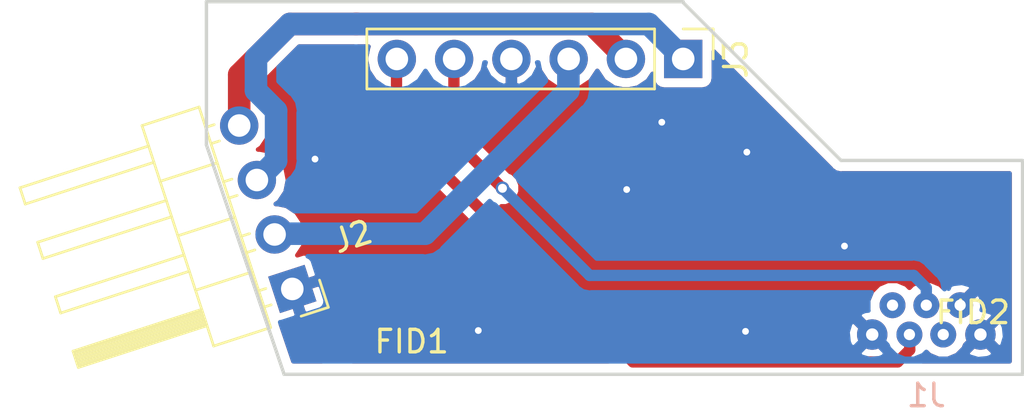
<source format=kicad_pcb>
(kicad_pcb (version 20171130) (host pcbnew 5.0.0-fee4fd1~66~ubuntu16.04.1)

  (general
    (thickness 1.6)
    (drawings 7)
    (tracks 32)
    (zones 0)
    (modules 12)
    (nets 9)
  )

  (page A4)
  (layers
    (0 F.Cu signal)
    (31 B.Cu signal)
    (32 B.Adhes user)
    (33 F.Adhes user)
    (34 B.Paste user)
    (35 F.Paste user)
    (36 B.SilkS user)
    (37 F.SilkS user)
    (38 B.Mask user hide)
    (39 F.Mask user hide)
    (40 Dwgs.User user)
    (41 Cmts.User user hide)
    (42 Eco1.User user hide)
    (43 Eco2.User user hide)
    (44 Edge.Cuts user)
    (45 Margin user hide)
    (46 B.CrtYd user hide)
    (47 F.CrtYd user hide)
    (48 B.Fab user hide)
    (49 F.Fab user hide)
  )

  (setup
    (last_trace_width 1)
    (user_trace_width 0.2)
    (user_trace_width 0.3)
    (user_trace_width 0.4)
    (trace_clearance 0.2)
    (zone_clearance 0.4)
    (zone_45_only no)
    (trace_min 0.2)
    (segment_width 0.2)
    (edge_width 0.15)
    (via_size 0.6)
    (via_drill 0.4)
    (via_min_size 0.4)
    (via_min_drill 0.3)
    (uvia_size 0.3)
    (uvia_drill 0.1)
    (uvias_allowed no)
    (uvia_min_size 0.2)
    (uvia_min_drill 0.1)
    (pcb_text_width 0.3)
    (pcb_text_size 1.5 1.5)
    (mod_edge_width 0.15)
    (mod_text_size 1 1)
    (mod_text_width 0.15)
    (pad_size 0.6 0.6)
    (pad_drill 0.3)
    (pad_to_mask_clearance 0.2)
    (aux_axis_origin 109.855 60.96)
    (visible_elements FFFD8E09)
    (pcbplotparams
      (layerselection 0x010f0_ffffffff)
      (usegerberextensions true)
      (usegerberattributes false)
      (usegerberadvancedattributes false)
      (creategerberjobfile false)
      (excludeedgelayer true)
      (linewidth 0.100000)
      (plotframeref false)
      (viasonmask false)
      (mode 1)
      (useauxorigin false)
      (hpglpennumber 1)
      (hpglpenspeed 20)
      (hpglpendiameter 15.000000)
      (psnegative false)
      (psa4output false)
      (plotreference true)
      (plotvalue true)
      (plotinvisibletext false)
      (padsonsilk false)
      (subtractmaskfromsilk false)
      (outputformat 4)
      (mirror false)
      (drillshape 0)
      (scaleselection 1)
      (outputdirectory "Plots"))
  )

  (net 0 "")
  (net 1 "Net-(J1-Pad2)")
  (net 2 "Net-(J1-Pad3)")
  (net 3 GND)
  (net 4 SYS_3.3V)
  (net 5 SCK)
  (net 6 SDA)
  (net 7 "Net-(J1-Pad1)")
  (net 8 "Net-(J1-Pad4)")

  (net_class Default "This is the default net class."
    (clearance 0.2)
    (trace_width 1)
    (via_dia 0.6)
    (via_drill 0.4)
    (uvia_dia 0.3)
    (uvia_drill 0.1)
    (add_net GND)
    (add_net "Net-(J1-Pad1)")
    (add_net "Net-(J1-Pad2)")
    (add_net "Net-(J1-Pad3)")
    (add_net "Net-(J1-Pad4)")
    (add_net SCK)
    (add_net SDA)
    (add_net SYS_3.3V)
  )

  (module WiRoc:VIA-0.6mm (layer F.Cu) (tedit 5AEF5363) (tstamp 5B3D4A29)
    (at 121.91238 75.54468)
    (fp_text reference REF** (at 0 1.35) (layer F.SilkS) hide
      (effects (font (size 1 1) (thickness 0.15)))
    )
    (fp_text value VIA-0.6mm (at -0.05 -1.4) (layer F.Fab) hide
      (effects (font (size 1 1) (thickness 0.15)))
    )
    (pad 1 thru_hole circle (at 0 0) (size 0.6 0.6) (drill 0.3) (layers *.Cu)
      (net 3 GND) (zone_connect 2))
  )

  (module WiRoc:VIA-0.6mm (layer F.Cu) (tedit 5AEF5363) (tstamp 5B3D4A25)
    (at 114.67084 67.93992)
    (fp_text reference REF** (at 0 1.35) (layer F.SilkS) hide
      (effects (font (size 1 1) (thickness 0.15)))
    )
    (fp_text value VIA-0.6mm (at -0.05 -1.4) (layer F.Fab) hide
      (effects (font (size 1 1) (thickness 0.15)))
    )
    (pad 1 thru_hole circle (at 0 0) (size 0.6 0.6) (drill 0.3) (layers *.Cu)
      (net 3 GND) (zone_connect 2))
  )

  (module WiRoc:VIA-0.6mm (layer F.Cu) (tedit 5AEF5363) (tstamp 5B3D4A1C)
    (at 133.76402 75.58024)
    (fp_text reference REF** (at 0 1.35) (layer F.SilkS) hide
      (effects (font (size 1 1) (thickness 0.15)))
    )
    (fp_text value VIA-0.6mm (at -0.05 -1.4) (layer F.Fab) hide
      (effects (font (size 1 1) (thickness 0.15)))
    )
    (pad 1 thru_hole circle (at 0 0) (size 0.6 0.6) (drill 0.3) (layers *.Cu)
      (net 3 GND) (zone_connect 2))
  )

  (module WiRoc:VIA-0.6mm (layer F.Cu) (tedit 5AEF5363) (tstamp 5B3D4A18)
    (at 128.49352 69.2912)
    (fp_text reference REF** (at 0 1.35) (layer F.SilkS) hide
      (effects (font (size 1 1) (thickness 0.15)))
    )
    (fp_text value VIA-0.6mm (at -0.05 -1.4) (layer F.Fab) hide
      (effects (font (size 1 1) (thickness 0.15)))
    )
    (pad 1 thru_hole circle (at 0 0) (size 0.6 0.6) (drill 0.3) (layers *.Cu)
      (net 3 GND) (zone_connect 2))
  )

  (module WiRoc:VIA-0.6mm (layer F.Cu) (tedit 5AEF536C) (tstamp 5AEF552E)
    (at 138.15314 71.79818)
    (fp_text reference REF** (at 0 1.35) (layer F.SilkS) hide
      (effects (font (size 1 1) (thickness 0.15)))
    )
    (fp_text value VIA-0.6mm (at -0.05 -1.4) (layer F.Fab) hide
      (effects (font (size 1 1) (thickness 0.15)))
    )
    (pad 1 thru_hole circle (at 0 0) (size 0.6 0.6) (drill 0.3) (layers *.Cu)
      (net 3 GND) (zone_connect 2))
  )

  (module WiRoc:VIA-0.6mm (layer F.Cu) (tedit 5AEF534D) (tstamp 5AEF552A)
    (at 133.82244 67.63258)
    (fp_text reference REF** (at 0 1.35) (layer F.SilkS) hide
      (effects (font (size 1 1) (thickness 0.15)))
    )
    (fp_text value VIA-0.6mm (at -0.05 -1.4) (layer F.Fab) hide
      (effects (font (size 1 1) (thickness 0.15)))
    )
    (pad 1 thru_hole circle (at 0 0) (size 0.6 0.6) (drill 0.3) (layers *.Cu)
      (net 3 GND) (zone_connect 2))
  )

  (module WiRoc:Fiducial (layer F.Cu) (tedit 5AD38C52) (tstamp 5AEF0E30)
    (at 143.84782 72.19696)
    (path /5AEEF890)
    (fp_text reference FID2 (at 0 2.54) (layer F.SilkS)
      (effects (font (size 1 1) (thickness 0.15)))
    )
    (fp_text value FIDUCIAL (at 5.842 0) (layer F.Fab)
      (effects (font (size 1 1) (thickness 0.15)))
    )
    (pad 1 smd circle (at 0 0) (size 1 1) (layers F.Cu F.Mask)
      (solder_mask_margin 0.5) (clearance 0.5))
  )

  (module Pin_Headers:Pin_Header_Angled_1x04_Pitch2.54mm (layer F.Cu) (tedit 59650532) (tstamp 5AEF0E8B)
    (at 113.663 73.7 198)
    (descr "Through hole angled pin header, 1x04, 2.54mm pitch, 6mm pin length, single row")
    (tags "Through hole angled pin header THT 1x04 2.54mm single row")
    (path /5AEF051C)
    (fp_text reference J2 (at -3.257143 1.387391 198) (layer F.SilkS)
      (effects (font (size 1 1) (thickness 0.15)))
    )
    (fp_text value Conn_01x04 (at -6.802178 -0.031532 198) (layer F.Fab)
      (effects (font (size 1 1) (thickness 0.15)))
    )
    (fp_line (start 2.135 -1.27) (end 4.04 -1.27) (layer F.Fab) (width 0.1))
    (fp_line (start 4.04 -1.27) (end 4.04 8.89) (layer F.Fab) (width 0.1))
    (fp_line (start 4.04 8.89) (end 1.5 8.89) (layer F.Fab) (width 0.1))
    (fp_line (start 1.5 8.89) (end 1.5 -0.635) (layer F.Fab) (width 0.1))
    (fp_line (start 1.5 -0.635) (end 2.135 -1.27) (layer F.Fab) (width 0.1))
    (fp_line (start -0.32 -0.32) (end 1.5 -0.32) (layer F.Fab) (width 0.1))
    (fp_line (start -0.32 -0.32) (end -0.32 0.32) (layer F.Fab) (width 0.1))
    (fp_line (start -0.32 0.32) (end 1.5 0.32) (layer F.Fab) (width 0.1))
    (fp_line (start 4.04 -0.32) (end 10.04 -0.32) (layer F.Fab) (width 0.1))
    (fp_line (start 10.04 -0.32) (end 10.04 0.32) (layer F.Fab) (width 0.1))
    (fp_line (start 4.04 0.32) (end 10.04 0.32) (layer F.Fab) (width 0.1))
    (fp_line (start -0.32 2.22) (end 1.5 2.22) (layer F.Fab) (width 0.1))
    (fp_line (start -0.32 2.22) (end -0.32 2.86) (layer F.Fab) (width 0.1))
    (fp_line (start -0.32 2.86) (end 1.5 2.86) (layer F.Fab) (width 0.1))
    (fp_line (start 4.04 2.22) (end 10.04 2.22) (layer F.Fab) (width 0.1))
    (fp_line (start 10.04 2.22) (end 10.04 2.86) (layer F.Fab) (width 0.1))
    (fp_line (start 4.04 2.86) (end 10.04 2.86) (layer F.Fab) (width 0.1))
    (fp_line (start -0.32 4.76) (end 1.5 4.76) (layer F.Fab) (width 0.1))
    (fp_line (start -0.32 4.76) (end -0.32 5.4) (layer F.Fab) (width 0.1))
    (fp_line (start -0.32 5.4) (end 1.5 5.4) (layer F.Fab) (width 0.1))
    (fp_line (start 4.04 4.76) (end 10.04 4.76) (layer F.Fab) (width 0.1))
    (fp_line (start 10.04 4.76) (end 10.04 5.4) (layer F.Fab) (width 0.1))
    (fp_line (start 4.04 5.4) (end 10.04 5.4) (layer F.Fab) (width 0.1))
    (fp_line (start -0.32 7.3) (end 1.5 7.3) (layer F.Fab) (width 0.1))
    (fp_line (start -0.32 7.3) (end -0.32 7.94) (layer F.Fab) (width 0.1))
    (fp_line (start -0.32 7.94) (end 1.5 7.94) (layer F.Fab) (width 0.1))
    (fp_line (start 4.04 7.3) (end 10.04 7.3) (layer F.Fab) (width 0.1))
    (fp_line (start 10.04 7.3) (end 10.04 7.94) (layer F.Fab) (width 0.1))
    (fp_line (start 4.04 7.94) (end 10.04 7.94) (layer F.Fab) (width 0.1))
    (fp_line (start 1.44 -1.33) (end 1.44 8.95) (layer F.SilkS) (width 0.12))
    (fp_line (start 1.44 8.95) (end 4.1 8.95) (layer F.SilkS) (width 0.12))
    (fp_line (start 4.1 8.95) (end 4.1 -1.33) (layer F.SilkS) (width 0.12))
    (fp_line (start 4.1 -1.33) (end 1.44 -1.33) (layer F.SilkS) (width 0.12))
    (fp_line (start 4.1 -0.38) (end 10.1 -0.38) (layer F.SilkS) (width 0.12))
    (fp_line (start 10.1 -0.38) (end 10.1 0.38) (layer F.SilkS) (width 0.12))
    (fp_line (start 10.1 0.38) (end 4.1 0.38) (layer F.SilkS) (width 0.12))
    (fp_line (start 4.1 -0.32) (end 10.1 -0.32) (layer F.SilkS) (width 0.12))
    (fp_line (start 4.1 -0.2) (end 10.1 -0.2) (layer F.SilkS) (width 0.12))
    (fp_line (start 4.1 -0.08) (end 10.1 -0.08) (layer F.SilkS) (width 0.12))
    (fp_line (start 4.1 0.04) (end 10.1 0.04) (layer F.SilkS) (width 0.12))
    (fp_line (start 4.1 0.16) (end 10.1 0.16) (layer F.SilkS) (width 0.12))
    (fp_line (start 4.1 0.28) (end 10.1 0.28) (layer F.SilkS) (width 0.12))
    (fp_line (start 1.11 -0.38) (end 1.44 -0.38) (layer F.SilkS) (width 0.12))
    (fp_line (start 1.11 0.38) (end 1.44 0.38) (layer F.SilkS) (width 0.12))
    (fp_line (start 1.44 1.27) (end 4.1 1.27) (layer F.SilkS) (width 0.12))
    (fp_line (start 4.1 2.16) (end 10.1 2.16) (layer F.SilkS) (width 0.12))
    (fp_line (start 10.1 2.16) (end 10.1 2.92) (layer F.SilkS) (width 0.12))
    (fp_line (start 10.1 2.92) (end 4.1 2.92) (layer F.SilkS) (width 0.12))
    (fp_line (start 1.042929 2.16) (end 1.44 2.16) (layer F.SilkS) (width 0.12))
    (fp_line (start 1.042929 2.92) (end 1.44 2.92) (layer F.SilkS) (width 0.12))
    (fp_line (start 1.44 3.81) (end 4.1 3.81) (layer F.SilkS) (width 0.12))
    (fp_line (start 4.1 4.7) (end 10.1 4.7) (layer F.SilkS) (width 0.12))
    (fp_line (start 10.1 4.7) (end 10.1 5.46) (layer F.SilkS) (width 0.12))
    (fp_line (start 10.1 5.46) (end 4.1 5.46) (layer F.SilkS) (width 0.12))
    (fp_line (start 1.042929 4.7) (end 1.44 4.7) (layer F.SilkS) (width 0.12))
    (fp_line (start 1.042929 5.46) (end 1.44 5.46) (layer F.SilkS) (width 0.12))
    (fp_line (start 1.44 6.35) (end 4.1 6.35) (layer F.SilkS) (width 0.12))
    (fp_line (start 4.1 7.24) (end 10.1 7.24) (layer F.SilkS) (width 0.12))
    (fp_line (start 10.1 7.24) (end 10.1 8) (layer F.SilkS) (width 0.12))
    (fp_line (start 10.1 8) (end 4.1 8) (layer F.SilkS) (width 0.12))
    (fp_line (start 1.042929 7.24) (end 1.44 7.24) (layer F.SilkS) (width 0.12))
    (fp_line (start 1.042929 8) (end 1.44 8) (layer F.SilkS) (width 0.12))
    (fp_line (start -1.27 0) (end -1.27 -1.27) (layer F.SilkS) (width 0.12))
    (fp_line (start -1.27 -1.27) (end 0 -1.27) (layer F.SilkS) (width 0.12))
    (fp_line (start -1.8 -1.8) (end -1.8 9.4) (layer F.CrtYd) (width 0.05))
    (fp_line (start -1.8 9.4) (end 10.55 9.4) (layer F.CrtYd) (width 0.05))
    (fp_line (start 10.55 9.4) (end 10.55 -1.8) (layer F.CrtYd) (width 0.05))
    (fp_line (start 10.55 -1.8) (end -1.8 -1.8) (layer F.CrtYd) (width 0.05))
    (fp_text user %R (at 2.77 3.81 288) (layer F.Fab)
      (effects (font (size 1 1) (thickness 0.15)))
    )
    (pad 1 thru_hole rect (at 0 0 198) (size 1.7 1.7) (drill 1) (layers *.Cu *.Mask)
      (net 3 GND))
    (pad 2 thru_hole oval (at 0 2.54 198) (size 1.7 1.7) (drill 1) (layers *.Cu *.Mask)
      (net 4 SYS_3.3V))
    (pad 3 thru_hole oval (at 0 5.08 198) (size 1.7 1.7) (drill 1) (layers *.Cu *.Mask)
      (net 5 SCK))
    (pad 4 thru_hole oval (at -0.000001 7.62 198) (size 1.7 1.7) (drill 1) (layers *.Cu *.Mask)
      (net 6 SDA))
    (model ${KISYS3DMOD}/Pin_Headers.3dshapes/Pin_Header_Angled_1x04_Pitch2.54mm.wrl
      (at (xyz 0 0 0))
      (scale (xyz 1 1 1))
      (rotate (xyz 0 0 0))
    )
  )

  (module Socket_Strips:Socket_Strip_Straight_1x06_Pitch2.54mm (layer F.Cu) (tedit 58CD5446) (tstamp 5AEF0EA4)
    (at 131 63.5 270)
    (descr "Through hole straight socket strip, 1x06, 2.54mm pitch, single row")
    (tags "Through hole socket strip THT 1x06 2.54mm single row")
    (path /5AEF0126)
    (fp_text reference J3 (at 0 -2.33 270) (layer F.SilkS)
      (effects (font (size 1 1) (thickness 0.15)))
    )
    (fp_text value Conn_01x06 (at 3.048 2.032) (layer F.Fab)
      (effects (font (size 1 1) (thickness 0.15)))
    )
    (fp_line (start -1.27 -1.27) (end -1.27 13.97) (layer F.Fab) (width 0.1))
    (fp_line (start -1.27 13.97) (end 1.27 13.97) (layer F.Fab) (width 0.1))
    (fp_line (start 1.27 13.97) (end 1.27 -1.27) (layer F.Fab) (width 0.1))
    (fp_line (start 1.27 -1.27) (end -1.27 -1.27) (layer F.Fab) (width 0.1))
    (fp_line (start -1.33 1.27) (end -1.33 14.03) (layer F.SilkS) (width 0.12))
    (fp_line (start -1.33 14.03) (end 1.33 14.03) (layer F.SilkS) (width 0.12))
    (fp_line (start 1.33 14.03) (end 1.33 1.27) (layer F.SilkS) (width 0.12))
    (fp_line (start 1.33 1.27) (end -1.33 1.27) (layer F.SilkS) (width 0.12))
    (fp_line (start -1.33 0) (end -1.33 -1.33) (layer F.SilkS) (width 0.12))
    (fp_line (start -1.33 -1.33) (end 0 -1.33) (layer F.SilkS) (width 0.12))
    (fp_line (start -1.8 -1.8) (end -1.8 14.5) (layer F.CrtYd) (width 0.05))
    (fp_line (start -1.8 14.5) (end 1.8 14.5) (layer F.CrtYd) (width 0.05))
    (fp_line (start 1.8 14.5) (end 1.8 -1.8) (layer F.CrtYd) (width 0.05))
    (fp_line (start 1.8 -1.8) (end -1.8 -1.8) (layer F.CrtYd) (width 0.05))
    (fp_text user %R (at 0 -2.33 270) (layer F.Fab)
      (effects (font (size 1 1) (thickness 0.15)))
    )
    (pad 1 thru_hole rect (at 0 0 270) (size 1.7 1.7) (drill 1) (layers *.Cu *.Mask)
      (net 5 SCK))
    (pad 2 thru_hole oval (at 0 2.54 270) (size 1.7 1.7) (drill 1) (layers *.Cu *.Mask)
      (net 6 SDA))
    (pad 3 thru_hole oval (at 0 5.08 270) (size 1.7 1.7) (drill 1) (layers *.Cu *.Mask)
      (net 4 SYS_3.3V))
    (pad 4 thru_hole oval (at 0 7.62 270) (size 1.7 1.7) (drill 1) (layers *.Cu *.Mask)
      (net 3 GND))
    (pad 5 thru_hole oval (at 0 10.16 270) (size 1.7 1.7) (drill 1) (layers *.Cu *.Mask)
      (net 2 "Net-(J1-Pad3)"))
    (pad 6 thru_hole oval (at 0 12.7 270) (size 1.7 1.7) (drill 1) (layers *.Cu *.Mask)
      (net 1 "Net-(J1-Pad2)"))
    (model ${KISYS3DMOD}/Socket_Strips.3dshapes/Socket_Strip_Straight_1x06_Pitch2.54mm.wrl
      (offset (xyz 0 -6.349999904632568 0))
      (scale (xyz 1 1 1))
      (rotate (xyz 0 0 270))
    )
  )

  (module WiRoc:VIA-0.6mm (layer F.Cu) (tedit 5AEF5363) (tstamp 5AEF5528)
    (at 130.05054 66.3067)
    (fp_text reference REF** (at 0 1.35) (layer F.SilkS) hide
      (effects (font (size 1 1) (thickness 0.15)))
    )
    (fp_text value VIA-0.6mm (at -0.05 -1.4) (layer F.Fab) hide
      (effects (font (size 1 1) (thickness 0.15)))
    )
    (pad 1 thru_hole circle (at 0 0) (size 0.6 0.6) (drill 0.3) (layers *.Cu)
      (net 3 GND) (zone_connect 2))
  )

  (module WiRoc:Fiducial (layer F.Cu) (tedit 5AD38C52) (tstamp 5AEF58A5)
    (at 115.65382 76.0349)
    (path /5AEEF7D5)
    (fp_text reference FID1 (at 3.302 0) (layer F.SilkS)
      (effects (font (size 1 1) (thickness 0.15)))
    )
    (fp_text value FIDUCIAL (at 0 3.302) (layer F.Fab)
      (effects (font (size 1 1) (thickness 0.15)))
    )
    (pad 1 smd circle (at 0 0) (size 1 1) (layers F.Cu F.Mask)
      (solder_mask_margin 0.5) (clearance 0.5))
  )

  (module WiRoc:Vertical_USB_micro (layer B.Cu) (tedit 5B9EAA6E) (tstamp 5BB67054)
    (at 141.7828 75.072 180)
    (path /5B3DFD56)
    (fp_text reference J1 (at 0 -3.35 180) (layer B.SilkS)
      (effects (font (size 1 1) (thickness 0.15)) (justify mirror))
    )
    (fp_text value USB_OTG (at 0 3.05 180) (layer B.Fab)
      (effects (font (size 1 1) (thickness 0.15)) (justify mirror))
    )
    (pad 5 thru_hole circle (at -1.5 0.65 180) (size 1.15 1.15) (drill 0.5) (layers *.Cu *.Mask)
      (net 3 GND))
    (pad 3 thru_hole circle (at 0 0.65 180) (size 1.15 1.15) (drill 0.5) (layers *.Cu *.Mask)
      (net 2 "Net-(J1-Pad3)"))
    (pad 1 thru_hole circle (at 1.5 0.65 180) (size 1.15 1.15) (drill 0.5) (layers *.Cu *.Mask)
      (net 7 "Net-(J1-Pad1)"))
    (pad 2 thru_hole circle (at 0.75 -0.65 180) (size 1.15 1.15) (drill 0.5) (layers *.Cu *.Mask)
      (net 1 "Net-(J1-Pad2)"))
    (pad 4 thru_hole circle (at -0.75 -0.65 180) (size 1.15 1.15) (drill 0.5) (layers *.Cu *.Mask)
      (net 8 "Net-(J1-Pad4)"))
    (pad 6 thru_hole circle (at -2.4 -0.65 180) (size 1.35 1.35) (drill 0.55) (layers *.Cu *.Mask)
      (net 3 GND))
    (pad 6 thru_hole circle (at 2.4 -0.65 180) (size 1.35 1.35) (drill 0.55) (layers *.Cu *.Mask)
      (net 3 GND))
  )

  (gr_line (start 138 68) (end 131 61) (layer Edge.Cuts) (width 0.15))
  (gr_line (start 146 68) (end 138 68) (layer Edge.Cuts) (width 0.15))
  (gr_line (start 113.3 77.486) (end 109.855 67.31) (layer Edge.Cuts) (width 0.15))
  (gr_line (start 146.05 77.486) (end 113.3 77.486) (layer Edge.Cuts) (width 0.15))
  (gr_line (start 146.05 68) (end 146.05 77.486) (layer Edge.Cuts) (width 0.15))
  (gr_line (start 109.855 60.96) (end 131 60.96) (layer Edge.Cuts) (width 0.15))
  (gr_line (start 109.855 67.31) (end 109.855 60.96) (layer Edge.Cuts) (width 0.15))

  (segment (start 140.5128 76.9366) (end 141.0462 76.4032) (width 0.5) (layer F.Cu) (net 1))
  (segment (start 128.77292 76.9366) (end 140.5128 76.9366) (width 0.5) (layer F.Cu) (net 1))
  (segment (start 118.28526 66.44894) (end 128.77292 76.9366) (width 0.5) (layer F.Cu) (net 1))
  (segment (start 118.28526 63.51524) (end 118.28526 66.44894) (width 0.5) (layer F.Cu) (net 1))
  (segment (start 141.0462 75.7354) (end 141.0328 75.722) (width 0.5) (layer F.Cu) (net 1))
  (segment (start 141.0462 76.4032) (end 141.0462 75.7354) (width 0.5) (layer F.Cu) (net 1))
  (segment (start 120.83034 63.50254) (end 120.83034 67.0814) (width 0.5) (layer F.Cu) (net 2))
  (segment (start 120.83034 67.0814) (end 122.683985 68.935045) (width 0.5) (layer F.Cu) (net 2))
  (segment (start 122.683985 68.935045) (end 122.983984 69.235044) (width 0.5) (layer F.Cu) (net 2))
  (segment (start 122.983984 69.240124) (end 122.983984 69.235044) (width 0.5) (layer B.Cu) (net 2))
  (via (at 122.983984 69.235044) (size 0.6) (drill 0.4) (layers F.Cu B.Cu) (net 2))
  (segment (start 141.224 73.1012) (end 141.7828 73.66) (width 0.5) (layer B.Cu) (net 2))
  (segment (start 126.85014 73.1012) (end 141.224 73.1012) (width 0.5) (layer B.Cu) (net 2))
  (segment (start 122.983984 69.235044) (end 126.85014 73.1012) (width 0.5) (layer B.Cu) (net 2))
  (segment (start 141.7828 73.66) (end 141.7828 74.422) (width 0.5) (layer B.Cu) (net 2))
  (segment (start 112.912873 71.24954) (end 112.878097 71.284316) (width 1) (layer B.Cu) (net 4))
  (segment (start 119.55526 71.24954) (end 112.912873 71.24954) (width 1) (layer B.Cu) (net 4))
  (segment (start 125.9078 64.897) (end 119.55526 71.24954) (width 1) (layer B.Cu) (net 4))
  (segment (start 125.9078 63.50254) (end 125.9078 64.897) (width 1) (layer B.Cu) (net 4))
  (segment (start 129.475899 61.949999) (end 130.98526 63.45936) (width 1) (layer B.Cu) (net 5))
  (segment (start 113.555999 61.949999) (end 129.475899 61.949999) (width 1) (layer B.Cu) (net 5))
  (segment (start 112.052292 63.453706) (end 113.555999 61.949999) (width 1) (layer B.Cu) (net 5))
  (segment (start 112.093194 68.868633) (end 112.943193 68.018634) (width 1) (layer B.Cu) (net 5))
  (segment (start 112.943193 68.018634) (end 112.943193 65.793849) (width 1) (layer B.Cu) (net 5))
  (segment (start 112.943193 65.793849) (end 112.052292 64.902948) (width 1) (layer B.Cu) (net 5))
  (segment (start 112.052292 64.902948) (end 112.052292 63.453706) (width 1) (layer B.Cu) (net 5))
  (segment (start 111.308291 66.452949) (end 111.308291 64.197707) (width 1) (layer F.Cu) (net 6))
  (segment (start 111.308291 64.197707) (end 113.555999 61.949999) (width 1) (layer F.Cu) (net 6))
  (segment (start 116.490081 61.949999) (end 116.50218 61.9379) (width 1) (layer F.Cu) (net 6))
  (segment (start 113.555999 61.949999) (end 116.490081 61.949999) (width 1) (layer F.Cu) (net 6))
  (segment (start 126.946059 61.949999) (end 128.44018 63.44412) (width 1) (layer F.Cu) (net 6))
  (segment (start 116.490081 61.949999) (end 126.946059 61.949999) (width 1) (layer F.Cu) (net 6))

  (zone (net 3) (net_name GND) (layer F.Cu) (tstamp 5B955DBD) (hatch edge 0.508)
    (connect_pads thru_hole_only (clearance 0.4))
    (min_thickness 0.2)
    (fill yes (arc_segments 16) (thermal_gap 0.4) (thermal_bridge_width 0.508))
    (polygon
      (pts
        (xy 109.728 60.96) (xy 146.05 60.96) (xy 146.05 78.486) (xy 113.792 78.486) (xy 109.728 67.31)
      )
    )
    (filled_polygon
      (pts
        (xy 116.490081 62.96959) (xy 116.588571 62.949999) (xy 117.043868 62.949999) (xy 117.028328 62.973256) (xy 116.923552 63.5)
        (xy 117.028328 64.026744) (xy 117.326704 64.473296) (xy 117.53526 64.612649) (xy 117.535261 66.37507) (xy 117.520567 66.44894)
        (xy 117.540956 66.551438) (xy 117.578777 66.741575) (xy 117.744541 66.98966) (xy 117.807164 67.031503) (xy 127.68666 76.911)
        (xy 116.333355 76.911) (xy 116.586355 76.658) (xy 116.75382 76.253704) (xy 116.75382 75.816096) (xy 116.586355 75.4118)
        (xy 116.27692 75.102365) (xy 115.872624 74.9349) (xy 115.435016 74.9349) (xy 115.03072 75.102365) (xy 114.721285 75.4118)
        (xy 114.55382 75.816096) (xy 114.55382 76.253704) (xy 114.721285 76.658) (xy 114.974285 76.911) (xy 113.712395 76.911)
        (xy 113.158839 75.27588) (xy 113.177187 75.277324) (xy 113.814828 75.070142) (xy 113.895083 74.912633) (xy 113.564126 73.894051)
        (xy 113.545104 73.900232) (xy 113.512172 73.798874) (xy 113.857051 73.798874) (xy 114.188009 74.817456) (xy 114.345518 74.897711)
        (xy 114.983159 74.690528) (xy 115.134413 74.561345) (xy 115.224717 74.384113) (xy 115.240324 74.185813) (xy 115.178857 73.996637)
        (xy 115.033142 73.548172) (xy 114.875633 73.467917) (xy 113.857051 73.798874) (xy 113.512172 73.798874) (xy 113.449928 73.607306)
        (xy 113.468949 73.601126) (xy 113.462768 73.582104) (xy 113.755694 73.486928) (xy 113.761874 73.505949) (xy 114.780456 73.174991)
        (xy 114.860711 73.017482) (xy 114.714995 72.569017) (xy 114.653528 72.379841) (xy 114.524345 72.228587) (xy 114.347112 72.138282)
        (xy 114.148813 72.122676) (xy 113.88408 72.208693) (xy 114.149769 71.81106) (xy 114.254545 71.284316) (xy 114.149769 70.757572)
        (xy 113.851393 70.31102) (xy 113.404841 70.012644) (xy 113.01106 69.934316) (xy 112.928223 69.934316) (xy 113.06649 69.841929)
        (xy 113.364866 69.395377) (xy 113.469642 68.868633) (xy 113.364866 68.341889) (xy 113.06649 67.895337) (xy 112.619938 67.596961)
        (xy 112.226157 67.518633) (xy 112.143318 67.518633) (xy 112.281587 67.426245) (xy 112.579963 66.979693) (xy 112.684739 66.452949)
        (xy 112.579963 65.926205) (xy 112.308291 65.519618) (xy 112.308291 64.611919) (xy 113.970212 62.949999) (xy 116.391591 62.949999)
      )
    )
    (filled_polygon
      (pts
        (xy 137.553373 68.366546) (xy 137.585449 68.414551) (xy 137.775646 68.541637) (xy 137.943372 68.575) (xy 137.943376 68.575)
        (xy 138 68.586263) (xy 138.056624 68.575) (xy 145.475 68.575) (xy 145.475001 76.911) (xy 144.079728 76.911)
        (xy 144.520761 76.871363) (xy 144.756548 76.773697) (xy 144.82479 76.581779) (xy 144.1828 75.939789) (xy 143.54081 76.581779)
        (xy 143.609052 76.773697) (xy 144.048141 76.911) (xy 141.608916 76.911) (xy 141.700659 76.773697) (xy 141.752684 76.695836)
        (xy 141.791453 76.500932) (xy 141.923862 76.633341) (xy 142.318969 76.797) (xy 142.746631 76.797) (xy 143.141738 76.633341)
        (xy 143.444141 76.330938) (xy 143.506415 76.180596) (xy 143.965011 75.722) (xy 144.400589 75.722) (xy 145.042579 76.36399)
        (xy 145.234497 76.295748) (xy 145.374005 75.849607) (xy 145.332163 75.384039) (xy 145.234497 75.148252) (xy 145.042579 75.08001)
        (xy 144.400589 75.722) (xy 143.965011 75.722) (xy 143.950869 75.707858) (xy 144.168658 75.490069) (xy 144.1828 75.504211)
        (xy 144.82479 74.862221) (xy 144.756548 74.670303) (xy 144.367086 74.548518) (xy 144.373954 74.525586) (xy 144.330536 74.100135)
        (xy 144.251254 73.908732) (xy 144.069648 73.852941) (xy 143.500589 74.422) (xy 143.514731 74.436142) (xy 143.296942 74.653931)
        (xy 143.2828 74.639789) (xy 143.268658 74.653931) (xy 143.050869 74.436142) (xy 143.065011 74.422) (xy 143.050869 74.407858)
        (xy 143.268658 74.190069) (xy 143.2828 74.204211) (xy 143.851859 73.635152) (xy 143.796068 73.453546) (xy 143.386386 73.330846)
        (xy 142.960935 73.374264) (xy 142.769532 73.453546) (xy 142.713742 73.63515) (xy 142.61805 73.539458) (xy 142.519294 73.638215)
        (xy 142.391738 73.510659) (xy 141.996631 73.347) (xy 141.568969 73.347) (xy 141.173862 73.510659) (xy 141.0328 73.651721)
        (xy 140.891738 73.510659) (xy 140.496631 73.347) (xy 140.068969 73.347) (xy 139.673862 73.510659) (xy 139.371459 73.813062)
        (xy 139.2078 74.208169) (xy 139.2078 74.557991) (xy 139.044839 74.572637) (xy 138.809052 74.670303) (xy 138.74081 74.862221)
        (xy 139.3828 75.504211) (xy 139.396942 75.490069) (xy 139.614731 75.707858) (xy 139.600589 75.722) (xy 139.614731 75.736142)
        (xy 139.396942 75.953931) (xy 139.3828 75.939789) (xy 139.368658 75.953931) (xy 139.150869 75.736142) (xy 139.165011 75.722)
        (xy 138.523021 75.08001) (xy 138.331103 75.148252) (xy 138.191595 75.594393) (xy 138.233437 76.059961) (xy 138.285892 76.1866)
        (xy 129.08358 76.1866) (xy 124.875136 71.978156) (xy 142.74782 71.978156) (xy 142.74782 72.415764) (xy 142.915285 72.82006)
        (xy 143.22472 73.129495) (xy 143.629016 73.29696) (xy 144.066624 73.29696) (xy 144.47092 73.129495) (xy 144.780355 72.82006)
        (xy 144.94782 72.415764) (xy 144.94782 71.978156) (xy 144.780355 71.57386) (xy 144.47092 71.264425) (xy 144.066624 71.09696)
        (xy 143.629016 71.09696) (xy 143.22472 71.264425) (xy 142.915285 71.57386) (xy 142.74782 71.978156) (xy 124.875136 71.978156)
        (xy 122.932023 70.035044) (xy 123.143114 70.035044) (xy 123.437148 69.913251) (xy 123.662191 69.688208) (xy 123.783984 69.394174)
        (xy 123.783984 69.075914) (xy 123.662191 68.78188) (xy 123.437148 68.556837) (xy 123.316435 68.506836) (xy 123.266548 68.456949)
        (xy 123.266546 68.456946) (xy 121.58034 66.770741) (xy 121.58034 64.628952) (xy 121.813296 64.473296) (xy 122.111672 64.026744)
        (xy 122.126079 63.954316) (xy 122.316904 64.332082) (xy 122.716251 64.675573) (xy 123.018088 64.800585) (xy 123.226 64.715281)
        (xy 123.226 63.654) (xy 123.206 63.654) (xy 123.206 63.346) (xy 123.226 63.346) (xy 123.226 63.326)
        (xy 123.534 63.326) (xy 123.534 63.346) (xy 123.554 63.346) (xy 123.554 63.654) (xy 123.534 63.654)
        (xy 123.534 64.715281) (xy 123.741912 64.800585) (xy 124.043749 64.675573) (xy 124.443096 64.332082) (xy 124.633921 63.954316)
        (xy 124.648328 64.026744) (xy 124.946704 64.473296) (xy 125.393256 64.771672) (xy 125.787037 64.85) (xy 126.052963 64.85)
        (xy 126.446744 64.771672) (xy 126.893296 64.473296) (xy 127.19 64.029246) (xy 127.486704 64.473296) (xy 127.933256 64.771672)
        (xy 128.327037 64.85) (xy 128.592963 64.85) (xy 128.986744 64.771672) (xy 129.433296 64.473296) (xy 129.640205 64.163634)
        (xy 129.640205 64.35) (xy 129.679011 64.54509) (xy 129.78952 64.71048) (xy 129.95491 64.820989) (xy 130.15 64.859795)
        (xy 131.85 64.859795) (xy 132.04509 64.820989) (xy 132.21048 64.71048) (xy 132.320989 64.54509) (xy 132.359795 64.35)
        (xy 132.359795 63.172967)
      )
    )
  )
  (zone (net 3) (net_name GND) (layer B.Cu) (tstamp 5B955DBA) (hatch edge 0.508)
    (connect_pads thru_hole_only (clearance 0.4))
    (min_thickness 0.2)
    (fill yes (arc_segments 16) (thermal_gap 0.3) (thermal_bridge_width 0.508))
    (polygon
      (pts
        (xy 109.728 60.96) (xy 146.05 60.96) (xy 146.05 78.486) (xy 113.792 78.486) (xy 109.728 67.31)
      )
    )
    (filled_polygon
      (pts
        (xy 137.553373 68.366546) (xy 137.585449 68.414551) (xy 137.775646 68.541637) (xy 137.943372 68.575) (xy 137.943376 68.575)
        (xy 138 68.586263) (xy 138.056624 68.575) (xy 145.475 68.575) (xy 145.475001 76.911) (xy 113.712395 76.911)
        (xy 113.58231 76.526746) (xy 138.795843 76.526746) (xy 138.869532 76.690454) (xy 139.279214 76.813154) (xy 139.704665 76.769736)
        (xy 139.896068 76.690454) (xy 139.969757 76.526746) (xy 139.3828 75.939789) (xy 138.795843 76.526746) (xy 113.58231 76.526746)
        (xy 113.274801 75.618414) (xy 138.291646 75.618414) (xy 138.335064 76.043865) (xy 138.414346 76.235268) (xy 138.578054 76.308957)
        (xy 139.165011 75.722) (xy 138.578054 75.135043) (xy 138.414346 75.208732) (xy 138.291646 75.618414) (xy 113.274801 75.618414)
        (xy 113.12395 75.172825) (xy 113.165202 75.176072) (xy 113.807703 74.967311) (xy 113.871907 74.841304) (xy 113.564126 73.894051)
        (xy 113.545104 73.900232) (xy 113.512172 73.798874) (xy 113.857051 73.798874) (xy 114.164832 74.746126) (xy 114.29084 74.81033)
        (xy 114.93334 74.601569) (xy 115.054344 74.498223) (xy 115.126587 74.356437) (xy 115.139072 74.197798) (xy 115.089898 74.046456)
        (xy 114.930311 73.555297) (xy 114.804304 73.491093) (xy 113.857051 73.798874) (xy 113.512172 73.798874) (xy 113.449928 73.607306)
        (xy 113.468949 73.601126) (xy 113.462768 73.582104) (xy 113.755694 73.486928) (xy 113.761874 73.505949) (xy 114.709126 73.198168)
        (xy 114.77333 73.07216) (xy 114.613743 72.581002) (xy 114.564569 72.42966) (xy 114.461223 72.308656) (xy 114.3452 72.24954)
        (xy 119.45677 72.24954) (xy 119.55526 72.269131) (xy 119.65375 72.24954) (xy 119.945441 72.191519) (xy 120.27622 71.9705)
        (xy 120.332014 71.886998) (xy 122.418291 69.800722) (xy 122.53082 69.913251) (xy 122.651533 69.963252) (xy 126.267579 73.5793)
        (xy 126.30942 73.64192) (xy 126.557505 73.807684) (xy 126.776274 73.8512) (xy 126.850139 73.865893) (xy 126.924004 73.8512)
        (xy 139.355662 73.8512) (xy 139.2078 74.208169) (xy 139.2078 74.635831) (xy 139.217117 74.658325) (xy 139.060935 74.674264)
        (xy 138.869532 74.753546) (xy 138.795843 74.917254) (xy 139.3828 75.504211) (xy 139.396942 75.490069) (xy 139.614731 75.707858)
        (xy 139.600589 75.722) (xy 140.059185 76.180596) (xy 140.121459 76.330938) (xy 140.423862 76.633341) (xy 140.818969 76.797)
        (xy 141.246631 76.797) (xy 141.641738 76.633341) (xy 141.7828 76.492279) (xy 141.923862 76.633341) (xy 142.318969 76.797)
        (xy 142.746631 76.797) (xy 143.141738 76.633341) (xy 143.248333 76.526746) (xy 143.595843 76.526746) (xy 143.669532 76.690454)
        (xy 144.079214 76.813154) (xy 144.504665 76.769736) (xy 144.696068 76.690454) (xy 144.769757 76.526746) (xy 144.1828 75.939789)
        (xy 143.595843 76.526746) (xy 143.248333 76.526746) (xy 143.444141 76.330938) (xy 143.506415 76.180596) (xy 143.965011 75.722)
        (xy 144.400589 75.722) (xy 144.987546 76.308957) (xy 145.151254 76.235268) (xy 145.273954 75.825586) (xy 145.230536 75.400135)
        (xy 145.151254 75.208732) (xy 144.987546 75.135043) (xy 144.400589 75.722) (xy 143.965011 75.722) (xy 143.950869 75.707858)
        (xy 144.168658 75.490069) (xy 144.1828 75.504211) (xy 144.769757 74.917254) (xy 144.696068 74.753546) (xy 144.286386 74.630846)
        (xy 144.235555 74.636033) (xy 144.273715 74.501522) (xy 144.228717 74.116262) (xy 144.167854 73.969324) (xy 144.014471 73.908118)
        (xy 143.500589 74.422) (xy 143.514731 74.436142) (xy 143.296942 74.653931) (xy 143.2828 74.639789) (xy 143.268658 74.653931)
        (xy 143.050869 74.436142) (xy 143.065011 74.422) (xy 143.050869 74.407858) (xy 143.268658 74.190069) (xy 143.2828 74.204211)
        (xy 143.796682 73.690329) (xy 143.735476 73.536946) (xy 143.362322 73.431085) (xy 142.977062 73.476083) (xy 142.830124 73.536946)
        (xy 142.768919 73.690327) (xy 142.690146 73.611554) (xy 142.59139 73.710311) (xy 142.546429 73.66535) (xy 142.547493 73.66)
        (xy 142.489284 73.367364) (xy 142.378926 73.202202) (xy 142.32352 73.11928) (xy 142.260897 73.077437) (xy 141.806565 72.623106)
        (xy 141.76472 72.56048) (xy 141.516635 72.394716) (xy 141.297866 72.3512) (xy 141.297865 72.3512) (xy 141.224 72.336507)
        (xy 141.150135 72.3512) (xy 127.160801 72.3512) (xy 123.712192 68.902593) (xy 123.662191 68.78188) (xy 123.549662 68.669351)
        (xy 126.545261 65.673752) (xy 126.62876 65.61796) (xy 126.849779 65.287181) (xy 126.886425 65.102949) (xy 126.927391 64.897001)
        (xy 126.9078 64.798511) (xy 126.9078 64.451589) (xy 127.19 64.029246) (xy 127.486704 64.473296) (xy 127.933256 64.771672)
        (xy 128.327037 64.85) (xy 128.592963 64.85) (xy 128.986744 64.771672) (xy 129.433296 64.473296) (xy 129.640205 64.163634)
        (xy 129.640205 64.35) (xy 129.679011 64.54509) (xy 129.78952 64.71048) (xy 129.95491 64.820989) (xy 130.15 64.859795)
        (xy 131.85 64.859795) (xy 132.04509 64.820989) (xy 132.21048 64.71048) (xy 132.320989 64.54509) (xy 132.359795 64.35)
        (xy 132.359795 63.172967)
      )
    )
    (filled_polygon
      (pts
        (xy 117.028328 62.973256) (xy 116.923552 63.5) (xy 117.028328 64.026744) (xy 117.326704 64.473296) (xy 117.773256 64.771672)
        (xy 118.167037 64.85) (xy 118.432963 64.85) (xy 118.826744 64.771672) (xy 119.273296 64.473296) (xy 119.57 64.029246)
        (xy 119.866704 64.473296) (xy 120.313256 64.771672) (xy 120.707037 64.85) (xy 120.972963 64.85) (xy 121.366744 64.771672)
        (xy 121.813296 64.473296) (xy 122.111672 64.026744) (xy 122.185815 63.654002) (xy 122.239508 63.654002) (xy 122.178872 63.84616)
        (xy 122.402772 64.279462) (xy 122.775446 64.594098) (xy 123.033843 64.701114) (xy 123.226 64.639642) (xy 123.226 63.654)
        (xy 123.206 63.654) (xy 123.206 63.346) (xy 123.226 63.346) (xy 123.226 63.326) (xy 123.534 63.326)
        (xy 123.534 63.346) (xy 123.554 63.346) (xy 123.554 63.654) (xy 123.534 63.654) (xy 123.534 64.639642)
        (xy 123.726157 64.701114) (xy 123.984554 64.594098) (xy 124.357228 64.279462) (xy 124.581128 63.84616) (xy 124.520492 63.654002)
        (xy 124.574185 63.654002) (xy 124.648328 64.026744) (xy 124.907801 64.415073) (xy 124.907801 64.482786) (xy 119.141048 70.24954)
        (xy 113.759382 70.24954) (xy 113.404841 70.012644) (xy 113.01106 69.934316) (xy 112.928223 69.934316) (xy 113.06649 69.841929)
        (xy 113.364866 69.395377) (xy 113.460265 68.915775) (xy 113.580654 68.795386) (xy 113.664153 68.739594) (xy 113.885172 68.408815)
        (xy 113.943193 68.117124) (xy 113.943193 68.117123) (xy 113.962784 68.018635) (xy 113.943193 67.920145) (xy 113.943193 65.892338)
        (xy 113.962784 65.793848) (xy 113.885172 65.403668) (xy 113.811312 65.293129) (xy 113.664153 65.072889) (xy 113.580656 65.017098)
        (xy 113.052292 64.488735) (xy 113.052292 63.867918) (xy 113.970212 62.949999) (xy 117.043868 62.949999)
      )
    )
  )
)

</source>
